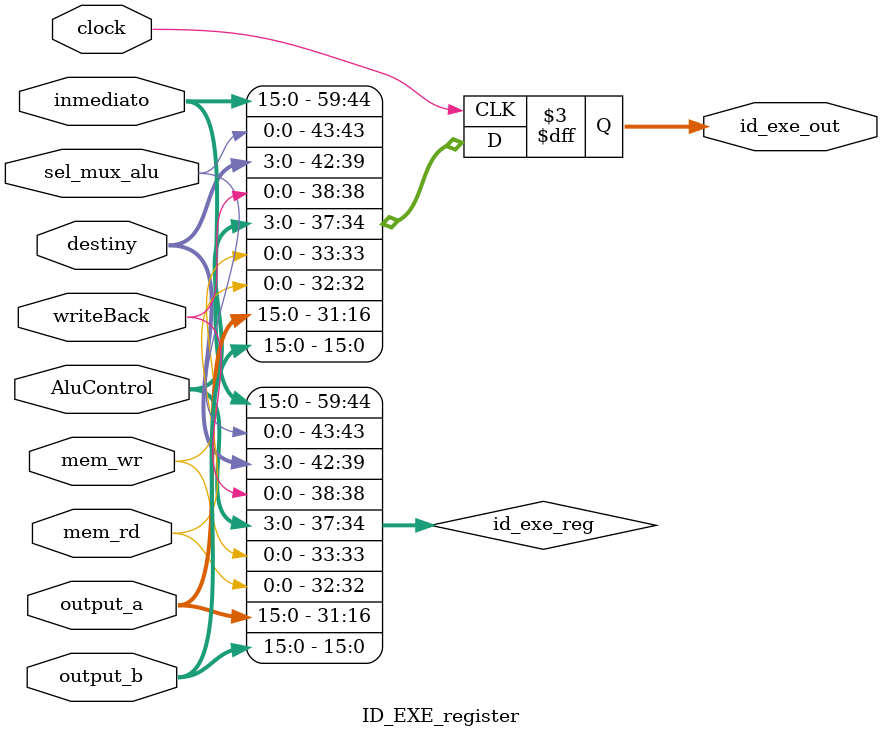
<source format=sv>
module ID_EXE_register(
    input logic clock,
    input logic [3:0] destiny,
    input logic writeBack,
    input logic [3:0] AluControl,
	 input logic [15:0] inmediato,
	 input logic sel_mux_alu,
    input logic mem_wr,
    input logic mem_rd,
    input logic [15:0] output_a,
    input logic [15:0] output_b,
    output logic [59:0] id_exe_out 
);

    logic [59:0] id_exe_reg;
 
    always_comb begin
        id_exe_reg = {inmediato, sel_mux_alu, destiny, writeBack, AluControl, mem_wr, mem_rd, output_a, output_b};
    end

    always @(negedge clock) begin
        id_exe_out = id_exe_reg;
    end

endmodule

</source>
